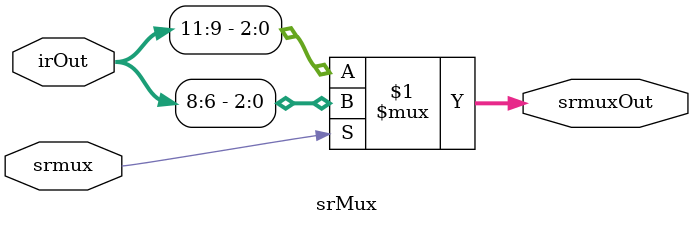
<source format=v>
module srMux(srmux, irOut, srmuxOut);
input [15:0]irOut;
input srmux;
output [2:0]srmuxOut;
assign srmuxOut = srmux?irOut[8:6]:irOut[11:9];
endmodule

</source>
